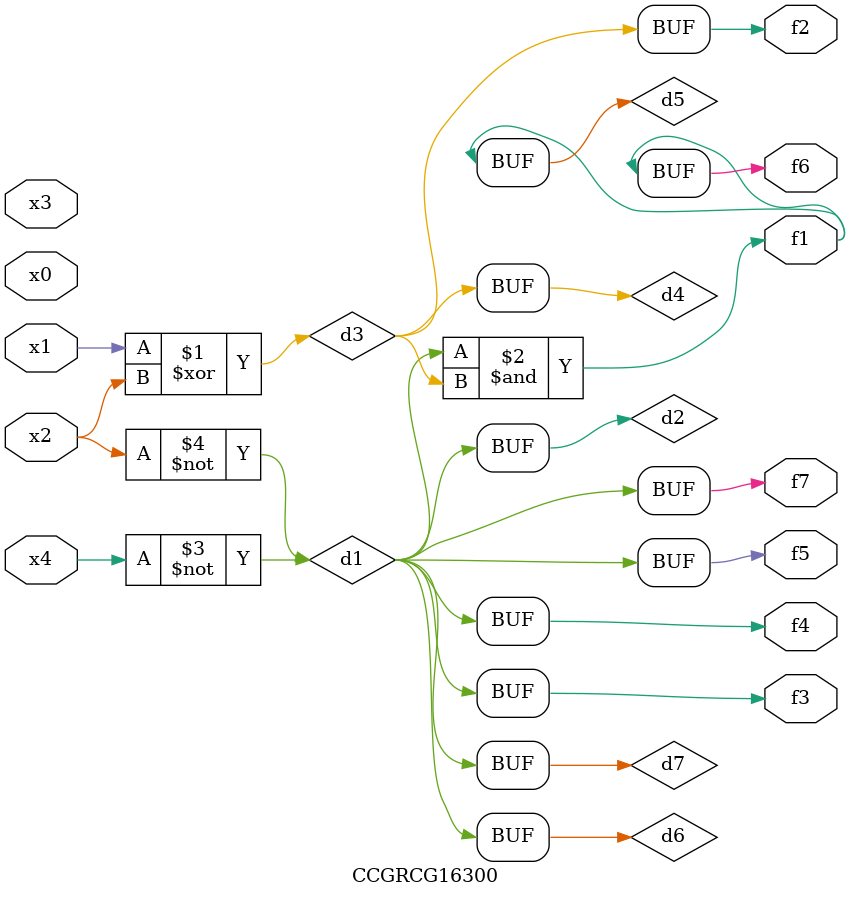
<source format=v>
module CCGRCG16300(
	input x0, x1, x2, x3, x4,
	output f1, f2, f3, f4, f5, f6, f7
);

	wire d1, d2, d3, d4, d5, d6, d7;

	not (d1, x4);
	not (d2, x2);
	xor (d3, x1, x2);
	buf (d4, d3);
	and (d5, d1, d3);
	buf (d6, d1, d2);
	buf (d7, d2);
	assign f1 = d5;
	assign f2 = d4;
	assign f3 = d7;
	assign f4 = d7;
	assign f5 = d7;
	assign f6 = d5;
	assign f7 = d7;
endmodule

</source>
